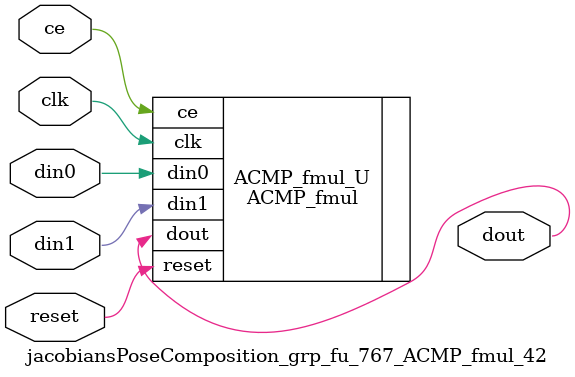
<source format=v>

`timescale 1 ns / 1 ps
module jacobiansPoseComposition_grp_fu_767_ACMP_fmul_42(
    clk,
    reset,
    ce,
    din0,
    din1,
    dout);

parameter ID = 32'd1;
parameter NUM_STAGE = 32'd1;
parameter din0_WIDTH = 32'd1;
parameter din1_WIDTH = 32'd1;
parameter dout_WIDTH = 32'd1;
input clk;
input reset;
input ce;
input[din0_WIDTH - 1:0] din0;
input[din1_WIDTH - 1:0] din1;
output[dout_WIDTH - 1:0] dout;



ACMP_fmul #(
.ID( ID ),
.NUM_STAGE( 4 ),
.din0_WIDTH( din0_WIDTH ),
.din1_WIDTH( din1_WIDTH ),
.dout_WIDTH( dout_WIDTH ))
ACMP_fmul_U(
    .clk( clk ),
    .reset( reset ),
    .ce( ce ),
    .din0( din0 ),
    .din1( din1 ),
    .dout( dout ));

endmodule

</source>
